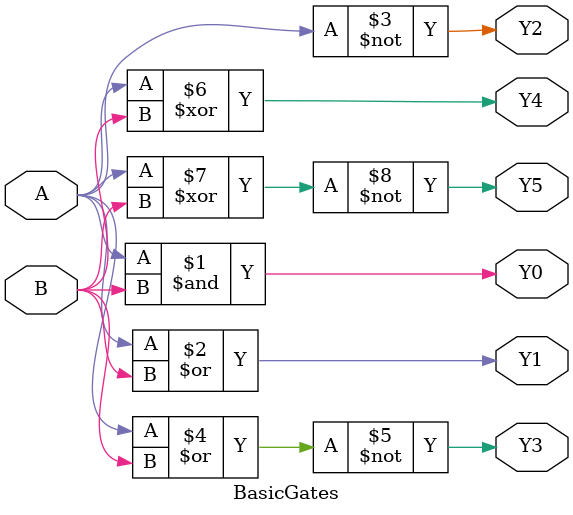
<source format=v>
module BasicGates (
    input A,
    input B,
    output Y0,
    output Y1,
    output Y2,
    output Y3,
    output Y4,
    output Y5
);
    assign Y0 = A & B;
    assign Y1 = A | B;
    assign Y2 = ~A;
    assign Y3 = ~(A | B);
    assign Y4 = A ^ B;
    assign Y5 = ~(A ^ B);
endmodule

</source>
